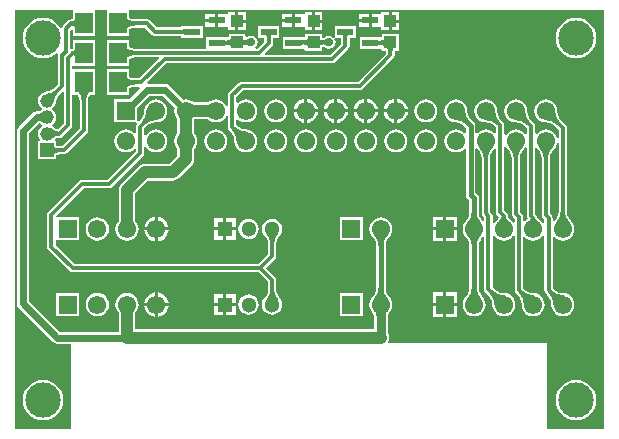
<source format=gtl>
%FSLAX25Y25*%
%MOIN*%
G70*
G01*
G75*
G04 Layer_Physical_Order=1*
G04 Layer_Color=255*
%ADD10C,0.01181*%
%ADD11C,0.02362*%
%ADD12C,0.01575*%
%ADD13C,0.03150*%
%ADD14R,0.05512X0.02362*%
%ADD15R,0.05906X0.07087*%
%ADD16R,0.03937X0.03937*%
%ADD17C,0.03937*%
%ADD18C,0.06102*%
%ADD19R,0.06102X0.06102*%
%ADD20C,0.11811*%
%ADD21C,0.04528*%
%ADD22R,0.04528X0.04528*%
%ADD23C,0.05118*%
%ADD24R,0.05118X0.05118*%
%ADD25C,0.02756*%
G36*
X21654Y141732D02*
X21654Y141732D01*
X21654Y141732D01*
Y138888D01*
X21653Y138888D01*
X21268Y138811D01*
X21260Y138812D01*
Y138810D01*
Y138806D01*
X21260D01*
X20722Y138700D01*
X20266Y138395D01*
X18298Y136426D01*
X18020Y136011D01*
X17717Y136026D01*
X17503Y136068D01*
X17403Y136256D01*
X16567Y137275D01*
X15547Y138111D01*
X14385Y138733D01*
X13123Y139116D01*
X11811Y139245D01*
X10499Y139116D01*
X9237Y138733D01*
X8075Y138111D01*
X7056Y137275D01*
X6219Y136256D01*
X5598Y135093D01*
X5215Y133832D01*
X5086Y132520D01*
X5215Y131208D01*
X5598Y129946D01*
X6219Y128783D01*
X7056Y127764D01*
X8075Y126928D01*
X9237Y126306D01*
X10499Y125924D01*
X11811Y125794D01*
X13123Y125924D01*
X14385Y126306D01*
X15547Y126928D01*
X16390Y127619D01*
X16812Y127337D01*
X16705Y126800D01*
Y117157D01*
X15052Y115503D01*
X15038Y115517D01*
X14993Y115459D01*
X14506Y115085D01*
X13871Y114822D01*
X13189Y114732D01*
Y114732D01*
X13179Y114730D01*
X12393Y114626D01*
X11650Y114319D01*
X11013Y113830D01*
X10524Y113192D01*
X10216Y112450D01*
X10112Y111653D01*
X10216Y110857D01*
X10524Y110115D01*
X11013Y109477D01*
X11443Y109148D01*
Y108648D01*
X11158Y108430D01*
X11004Y108326D01*
X11013Y108318D01*
X10984Y108281D01*
X10666Y108149D01*
X10582D01*
X10575Y108150D01*
Y108149D01*
X9685D01*
X8917Y107996D01*
X8266Y107561D01*
X3699Y102994D01*
X3264Y102343D01*
X3111Y101575D01*
Y44094D01*
X3111Y44094D01*
X3111D01*
X3264Y43326D01*
X3699Y42675D01*
X15116Y31258D01*
X15767Y30823D01*
X16535Y30670D01*
X21260D01*
Y2362D01*
X2362D01*
Y141732D01*
X21654D01*
Y141732D01*
D02*
G37*
G36*
X23856Y112539D02*
X23989Y111529D01*
Y111497D01*
X23981Y111423D01*
X23989D01*
Y102354D01*
X18158Y96523D01*
X17229D01*
Y96543D01*
X17155Y96533D01*
X16547Y96613D01*
X16240Y96740D01*
Y98169D01*
X15923D01*
X15775Y98283D01*
X15791Y98783D01*
X16205Y99059D01*
X17033Y99224D01*
X17165Y99207D01*
Y99225D01*
X17165D01*
X17703Y99332D01*
X18159Y99637D01*
X21072Y102550D01*
X21377Y103006D01*
X21484Y103543D01*
X21484Y103543D01*
X21484Y103543D01*
Y103543D01*
Y113386D01*
X21654D01*
Y113386D01*
X23505D01*
X23856Y112539D01*
D02*
G37*
G36*
X198819Y2362D02*
X179921D01*
Y24409D01*
Y30709D01*
X126938D01*
X126717Y31157D01*
X126817Y31287D01*
X127094Y31958D01*
X127189Y32677D01*
X127094Y33397D01*
X126818Y34064D01*
Y40231D01*
X126889Y40586D01*
X127156Y40954D01*
Y40954D01*
X127156Y40954D01*
Y40954D01*
X127156D01*
X127267Y41120D01*
X127762Y41765D01*
X128149Y42699D01*
X128281Y43701D01*
X128149Y44703D01*
X127762Y45637D01*
X127147Y46439D01*
X127098Y46476D01*
X126520Y47229D01*
X126133Y48164D01*
X126015Y49060D01*
Y49133D01*
X126018Y49166D01*
X126015D01*
Y63432D01*
X126018D01*
X126015Y63465D01*
Y63539D01*
X126133Y64435D01*
X126520Y65369D01*
X127098Y66122D01*
X127147Y66160D01*
X127762Y66962D01*
X128149Y67896D01*
X128281Y68898D01*
X128149Y69900D01*
X127762Y70833D01*
X127147Y71635D01*
X126345Y72251D01*
X125411Y72637D01*
X124409Y72769D01*
X123407Y72637D01*
X122474Y72251D01*
X121672Y71635D01*
X121056Y70833D01*
X120670Y69900D01*
X120538Y68898D01*
X120670Y67896D01*
X121056Y66962D01*
X121672Y66160D01*
X121721Y66122D01*
X122299Y65369D01*
X122686Y64435D01*
X122804Y63539D01*
Y63465D01*
X122801Y63432D01*
X122804D01*
Y49166D01*
X122801D01*
X122804Y49133D01*
Y49060D01*
X122686Y48164D01*
X122299Y47229D01*
X121721Y46476D01*
X121672Y46439D01*
X121056Y45637D01*
X120670Y44703D01*
X120538Y43701D01*
X120670Y42699D01*
X121056Y41765D01*
X121552Y41120D01*
X121662Y40954D01*
X121662D01*
Y40954D01*
X121662Y40954D01*
X121662Y40954D01*
X121930Y40586D01*
X122001Y40231D01*
Y35457D01*
X42544D01*
Y41018D01*
X43117Y41765D01*
X43504Y42699D01*
X43635Y43701D01*
X43504Y44703D01*
X43117Y45637D01*
X42502Y46439D01*
X41700Y47054D01*
X40766Y47441D01*
X39764Y47572D01*
X38762Y47441D01*
X37828Y47054D01*
X37026Y46439D01*
X36411Y45637D01*
X36024Y44703D01*
X35892Y43701D01*
X36024Y42699D01*
X36411Y41765D01*
X36984Y41018D01*
Y34684D01*
X17367D01*
X7125Y44926D01*
Y100743D01*
X10516Y104135D01*
X10575D01*
Y104134D01*
X10582Y104135D01*
X10666D01*
X10984Y104003D01*
X11013Y103966D01*
X11004Y103957D01*
X11158Y103854D01*
X11443Y103636D01*
Y103136D01*
X11013Y102806D01*
X10524Y102169D01*
X10216Y101426D01*
X10112Y100630D01*
X10216Y99833D01*
X10524Y99091D01*
X10887Y98618D01*
X10666Y98169D01*
X10138D01*
Y92067D01*
X16240D01*
Y93496D01*
X16547Y93623D01*
X17155Y93703D01*
X17229Y93693D01*
Y93713D01*
X18740D01*
X19278Y93820D01*
X19734Y94125D01*
X26387Y100778D01*
X26692Y101234D01*
X26799Y101772D01*
X26799Y101772D01*
X26799Y101772D01*
Y101772D01*
Y111423D01*
X26806D01*
X26799Y111497D01*
Y111529D01*
X26932Y112539D01*
X27282Y113386D01*
X29134D01*
Y122047D01*
X21654D01*
D01*
X21654D01*
X21484Y122217D01*
Y123228D01*
X21654D01*
Y123228D01*
X29134D01*
Y131890D01*
X21654D01*
Y128964D01*
X21654D01*
X21116Y128857D01*
X20696Y129081D01*
Y134851D01*
X21192Y135346D01*
X21654Y135155D01*
Y133071D01*
X29134D01*
Y141732D01*
D01*
Y141732D01*
X29134Y141732D01*
X33071D01*
X33071Y141732D01*
X33071Y141379D01*
X33071Y141379D01*
X33071D01*
Y133071D01*
X40551D01*
Y135513D01*
X41398Y135864D01*
X42408Y135997D01*
X42440D01*
X42514Y135989D01*
Y135997D01*
X45875D01*
X48219Y133652D01*
X48675Y133348D01*
X49213Y133241D01*
X57874D01*
Y132677D01*
X64961D01*
Y136614D01*
X57874D01*
Y136051D01*
X49795D01*
X47450Y138395D01*
X46994Y138700D01*
X46457Y138806D01*
X42514D01*
Y138814D01*
X42440Y138806D01*
X42408D01*
X41398Y138940D01*
X40551Y139290D01*
Y141379D01*
X40551Y141379D01*
X40551D01*
X40551Y141732D01*
X40551Y141732D01*
X198819D01*
Y2362D01*
D02*
G37*
G36*
X18674Y114498D02*
Y104125D01*
X16659Y102110D01*
X16205Y102201D01*
X15434Y102716D01*
X15386Y102778D01*
X15388Y102780D01*
X15379Y102793D01*
X15371Y102798D01*
X15365Y102806D01*
X14935Y103136D01*
Y103636D01*
X15365Y103966D01*
X15854Y104603D01*
X16162Y105345D01*
X16266Y106142D01*
X16162Y106938D01*
X15854Y107680D01*
X15365Y108318D01*
X14935Y108648D01*
Y109148D01*
X15365Y109477D01*
X15854Y110115D01*
X16162Y110857D01*
X16265Y111644D01*
X16267Y111653D01*
X16268D01*
X16357Y112335D01*
X16621Y112971D01*
X16994Y113458D01*
X17053Y113503D01*
Y113503D01*
Y113530D01*
X18212Y114690D01*
X18674Y114498D01*
D02*
G37*
%LPC*%
G36*
X71941Y68398D02*
X68882D01*
Y65339D01*
X71941D01*
Y68398D01*
D02*
G37*
G36*
X49106Y72918D02*
X48549Y72845D01*
X47563Y72436D01*
X46717Y71787D01*
X46068Y70941D01*
X45659Y69955D01*
X45586Y69398D01*
X49106D01*
Y72918D01*
D02*
G37*
G36*
X80315Y72273D02*
X79441Y72158D01*
X78627Y71821D01*
X77928Y71284D01*
X77392Y70585D01*
X77055Y69771D01*
X76940Y68898D01*
X77055Y68024D01*
X77392Y67210D01*
X77928Y66511D01*
X78627Y65974D01*
X79441Y65637D01*
X80315Y65522D01*
X81189Y65637D01*
X82003Y65974D01*
X82702Y66511D01*
X83238Y67210D01*
X83575Y68024D01*
X83690Y68898D01*
X83575Y69771D01*
X83238Y70585D01*
X82702Y71284D01*
X82003Y71821D01*
X81189Y72158D01*
X80315Y72273D01*
D02*
G37*
G36*
X76000Y68398D02*
X72941D01*
Y65339D01*
X76000D01*
Y68398D01*
D02*
G37*
G36*
X53627D02*
X50106D01*
Y64877D01*
X50664Y64951D01*
X51649Y65359D01*
X52496Y66008D01*
X53145Y66855D01*
X53553Y67840D01*
X53627Y68398D01*
D02*
G37*
G36*
X49106D02*
X45586D01*
X45659Y67840D01*
X46068Y66855D01*
X46717Y66008D01*
X47563Y65359D01*
X48549Y64951D01*
X49106Y64877D01*
Y68398D01*
D02*
G37*
G36*
X118405Y72736D02*
X110728D01*
Y65059D01*
X118405D01*
Y72736D01*
D02*
G37*
G36*
X29921Y72769D02*
X28919Y72637D01*
X27985Y72251D01*
X27184Y71635D01*
X26568Y70833D01*
X26182Y69900D01*
X26050Y68898D01*
X26182Y67896D01*
X26568Y66962D01*
X27184Y66160D01*
X27985Y65545D01*
X28919Y65158D01*
X29921Y65026D01*
X30923Y65158D01*
X31857Y65545D01*
X32659Y66160D01*
X33274Y66962D01*
X33661Y67896D01*
X33793Y68898D01*
X33661Y69900D01*
X33274Y70833D01*
X32659Y71635D01*
X31857Y72251D01*
X30923Y72637D01*
X29921Y72769D01*
D02*
G37*
G36*
X89370Y102139D02*
X88368Y102007D01*
X87434Y101621D01*
X86632Y101005D01*
X86017Y100204D01*
X85630Y99270D01*
X85498Y98268D01*
X85630Y97266D01*
X86017Y96332D01*
X86632Y95530D01*
X87434Y94915D01*
X88368Y94528D01*
X89370Y94396D01*
X90372Y94528D01*
X91306Y94915D01*
X92108Y95530D01*
X92723Y96332D01*
X93110Y97266D01*
X93242Y98268D01*
X93110Y99270D01*
X92723Y100204D01*
X92108Y101005D01*
X91306Y101621D01*
X90372Y102007D01*
X89370Y102139D01*
D02*
G37*
G36*
X69370D02*
X68368Y102007D01*
X67434Y101621D01*
X66632Y101005D01*
X66017Y100204D01*
X65630Y99270D01*
X65498Y98268D01*
X65630Y97266D01*
X66017Y96332D01*
X66632Y95530D01*
X67434Y94915D01*
X68368Y94528D01*
X69370Y94396D01*
X70372Y94528D01*
X71306Y94915D01*
X72108Y95530D01*
X72723Y96332D01*
X73110Y97266D01*
X73242Y98268D01*
X73110Y99270D01*
X72723Y100204D01*
X72108Y101005D01*
X71306Y101621D01*
X70372Y102007D01*
X69370Y102139D01*
D02*
G37*
G36*
X99370D02*
X98368Y102007D01*
X97434Y101621D01*
X96632Y101005D01*
X96017Y100204D01*
X95630Y99270D01*
X95498Y98268D01*
X95630Y97266D01*
X96017Y96332D01*
X96632Y95530D01*
X97434Y94915D01*
X98368Y94528D01*
X99370Y94396D01*
X100372Y94528D01*
X101306Y94915D01*
X102108Y95530D01*
X102723Y96332D01*
X103110Y97266D01*
X103242Y98268D01*
X103110Y99270D01*
X102723Y100204D01*
X102108Y101005D01*
X101306Y101621D01*
X100372Y102007D01*
X99370Y102139D01*
D02*
G37*
G36*
X119370D02*
X118368Y102007D01*
X117434Y101621D01*
X116632Y101005D01*
X116017Y100204D01*
X115630Y99270D01*
X115498Y98268D01*
X115630Y97266D01*
X116017Y96332D01*
X116632Y95530D01*
X117434Y94915D01*
X118368Y94528D01*
X119370Y94396D01*
X120372Y94528D01*
X121306Y94915D01*
X122108Y95530D01*
X122723Y96332D01*
X123110Y97266D01*
X123242Y98268D01*
X123110Y99270D01*
X122723Y100204D01*
X122108Y101005D01*
X121306Y101621D01*
X120372Y102007D01*
X119370Y102139D01*
D02*
G37*
G36*
X109370D02*
X108368Y102007D01*
X107434Y101621D01*
X106632Y101005D01*
X106017Y100204D01*
X105630Y99270D01*
X105498Y98268D01*
X105630Y97266D01*
X106017Y96332D01*
X106632Y95530D01*
X107434Y94915D01*
X108368Y94528D01*
X109370Y94396D01*
X110372Y94528D01*
X111306Y94915D01*
X112108Y95530D01*
X112723Y96332D01*
X113110Y97266D01*
X113242Y98268D01*
X113110Y99270D01*
X112723Y100204D01*
X112108Y101005D01*
X111306Y101621D01*
X110372Y102007D01*
X109370Y102139D01*
D02*
G37*
G36*
X71941Y72457D02*
X68882D01*
Y69398D01*
X71941D01*
Y72457D01*
D02*
G37*
G36*
X50106Y72918D02*
Y69398D01*
X53627D01*
X53553Y69955D01*
X53145Y70941D01*
X52496Y71787D01*
X51649Y72436D01*
X50664Y72845D01*
X50106Y72918D01*
D02*
G37*
G36*
X76000Y72457D02*
X72941D01*
Y69398D01*
X76000D01*
Y72457D01*
D02*
G37*
G36*
X149721Y72949D02*
X146169D01*
Y69398D01*
X149721D01*
Y72949D01*
D02*
G37*
G36*
X145169D02*
X141618D01*
Y69398D01*
X145169D01*
Y72949D01*
D02*
G37*
G36*
X149721Y68398D02*
X146169D01*
Y64846D01*
X149721D01*
Y68398D01*
D02*
G37*
G36*
X29921Y47572D02*
X28919Y47441D01*
X27985Y47054D01*
X27184Y46439D01*
X26568Y45637D01*
X26182Y44703D01*
X26050Y43701D01*
X26182Y42699D01*
X26568Y41765D01*
X27184Y40963D01*
X27985Y40348D01*
X28919Y39961D01*
X29921Y39829D01*
X30923Y39961D01*
X31857Y40348D01*
X32659Y40963D01*
X33274Y41765D01*
X33661Y42699D01*
X33793Y43701D01*
X33661Y44703D01*
X33274Y45637D01*
X32659Y46439D01*
X31857Y47054D01*
X30923Y47441D01*
X29921Y47572D01*
D02*
G37*
G36*
X53627Y43201D02*
X50106D01*
Y39680D01*
X50664Y39754D01*
X51649Y40162D01*
X52496Y40811D01*
X53145Y41658D01*
X53553Y42643D01*
X53627Y43201D01*
D02*
G37*
G36*
X118405Y47539D02*
X110728D01*
Y39862D01*
X118405D01*
Y47539D01*
D02*
G37*
G36*
X23917D02*
X16240D01*
Y39862D01*
X23917D01*
Y47539D01*
D02*
G37*
G36*
X49106Y43201D02*
X45586D01*
X45659Y42643D01*
X46068Y41658D01*
X46717Y40811D01*
X47563Y40162D01*
X48549Y39754D01*
X49106Y39680D01*
Y43201D01*
D02*
G37*
G36*
X189409Y18536D02*
X188097Y18407D01*
X186836Y18024D01*
X185673Y17403D01*
X184654Y16567D01*
X183818Y15547D01*
X183196Y14385D01*
X182813Y13123D01*
X182684Y11811D01*
X182813Y10499D01*
X183196Y9237D01*
X183818Y8075D01*
X184654Y7056D01*
X185673Y6219D01*
X186836Y5598D01*
X188097Y5215D01*
X189409Y5086D01*
X190721Y5215D01*
X191983Y5598D01*
X193146Y6219D01*
X194165Y7056D01*
X195001Y8075D01*
X195623Y9237D01*
X196005Y10499D01*
X196135Y11811D01*
X196005Y13123D01*
X195623Y14385D01*
X195001Y15547D01*
X194165Y16567D01*
X193146Y17403D01*
X191983Y18024D01*
X190721Y18407D01*
X189409Y18536D01*
D02*
G37*
G36*
X11811D02*
X10499Y18407D01*
X9237Y18024D01*
X8075Y17403D01*
X7056Y16567D01*
X6219Y15547D01*
X5598Y14385D01*
X5215Y13123D01*
X5086Y11811D01*
X5215Y10499D01*
X5598Y9237D01*
X6219Y8075D01*
X7056Y7056D01*
X8075Y6219D01*
X9237Y5598D01*
X10499Y5215D01*
X11811Y5086D01*
X13123Y5215D01*
X14385Y5598D01*
X15547Y6219D01*
X16567Y7056D01*
X17403Y8075D01*
X18024Y9237D01*
X18407Y10499D01*
X18536Y11811D01*
X18407Y13123D01*
X18024Y14385D01*
X17403Y15547D01*
X16567Y16567D01*
X15547Y17403D01*
X14385Y18024D01*
X13123Y18407D01*
X11811Y18536D01*
D02*
G37*
G36*
X149721Y43201D02*
X146169D01*
Y39650D01*
X149721D01*
Y43201D01*
D02*
G37*
G36*
X145169D02*
X141618D01*
Y39650D01*
X145169D01*
Y43201D01*
D02*
G37*
G36*
X71941D02*
X68882D01*
Y40142D01*
X71941D01*
Y43201D01*
D02*
G37*
G36*
X145169Y47752D02*
X141618D01*
Y44201D01*
X145169D01*
Y47752D01*
D02*
G37*
G36*
X76000Y47260D02*
X72941D01*
Y44201D01*
X76000D01*
Y47260D01*
D02*
G37*
G36*
X145169Y68398D02*
X141618D01*
Y64846D01*
X145169D01*
Y68398D01*
D02*
G37*
G36*
X149721Y47752D02*
X146169D01*
Y44201D01*
X149721D01*
Y47752D01*
D02*
G37*
G36*
X71941Y47260D02*
X68882D01*
Y44201D01*
X71941D01*
Y47260D01*
D02*
G37*
G36*
X80315Y47076D02*
X79441Y46961D01*
X78627Y46624D01*
X77928Y46088D01*
X77392Y45388D01*
X77055Y44574D01*
X76940Y43701D01*
X77055Y42827D01*
X77392Y42013D01*
X77928Y41314D01*
X78627Y40778D01*
X79441Y40440D01*
X80315Y40325D01*
X81189Y40440D01*
X82003Y40778D01*
X82702Y41314D01*
X83238Y42013D01*
X83575Y42827D01*
X83690Y43701D01*
X83575Y44574D01*
X83238Y45388D01*
X82702Y46088D01*
X82003Y46624D01*
X81189Y46961D01*
X80315Y47076D01*
D02*
G37*
G36*
X76000Y43201D02*
X72941D01*
Y40142D01*
X76000D01*
Y43201D01*
D02*
G37*
G36*
X50106Y47721D02*
Y44201D01*
X53627D01*
X53553Y44758D01*
X53145Y45744D01*
X52496Y46590D01*
X51649Y47240D01*
X50664Y47648D01*
X50106Y47721D01*
D02*
G37*
G36*
X49106D02*
X48549Y47648D01*
X47563Y47240D01*
X46717Y46590D01*
X46068Y45744D01*
X45659Y44758D01*
X45586Y44201D01*
X49106D01*
Y47721D01*
D02*
G37*
G36*
X75878Y141157D02*
X73409D01*
Y140567D01*
X70185D01*
Y138386D01*
Y136205D01*
X73409D01*
Y135221D01*
X75878D01*
Y138189D01*
Y141157D01*
D02*
G37*
G36*
X90551Y136614D02*
X83465D01*
Y132677D01*
X85603D01*
Y131291D01*
X83276Y128964D01*
X82661D01*
X82516Y129443D01*
X82664Y129541D01*
X83142Y130257D01*
X83310Y131102D01*
X83142Y131947D01*
X82664Y132664D01*
X81947Y133142D01*
X81102Y133310D01*
X80257Y133142D01*
X79832Y132858D01*
X79354Y133003D01*
X79134Y133534D01*
Y133858D01*
X73622D01*
Y132874D01*
X73228D01*
Y132874D01*
X66142D01*
Y128964D01*
X42514D01*
Y128971D01*
X42440Y128964D01*
X42408D01*
X41398Y129097D01*
X40551Y129448D01*
Y131890D01*
X33071D01*
Y123228D01*
X40551D01*
Y125670D01*
X41398Y126021D01*
X42408Y126154D01*
X42440D01*
X42514Y126147D01*
Y126154D01*
X50286D01*
X50477Y125692D01*
X43906Y119122D01*
X42514D01*
Y119129D01*
X42440Y119122D01*
X42408D01*
X41398Y119255D01*
X40551Y119605D01*
Y122047D01*
X33071D01*
Y113386D01*
X40551D01*
Y115828D01*
X41398Y116179D01*
X42408Y116312D01*
X42440D01*
X42514Y116304D01*
Y116312D01*
X43922D01*
X44114Y115850D01*
X40370Y112106D01*
X35531D01*
Y104429D01*
X42658D01*
X43101Y103986D01*
X42796Y103530D01*
X42689Y102992D01*
Y101025D01*
X42216Y100864D01*
X42108Y101005D01*
X41306Y101621D01*
X40372Y102007D01*
X39370Y102139D01*
X38368Y102007D01*
X37434Y101621D01*
X36632Y101005D01*
X36017Y100204D01*
X35630Y99270D01*
X35498Y98268D01*
X35630Y97266D01*
X36017Y96332D01*
X36632Y95530D01*
X37434Y94915D01*
X38368Y94528D01*
X39370Y94396D01*
X40372Y94528D01*
X41306Y94915D01*
X42108Y95530D01*
X42216Y95671D01*
X42689Y95510D01*
Y94676D01*
X33276Y85263D01*
X24803D01*
X24265Y85156D01*
X23810Y84852D01*
X13574Y74616D01*
X13269Y74160D01*
X13162Y73622D01*
Y62992D01*
X13162Y62992D01*
X13162D01*
X13269Y62454D01*
X13574Y61999D01*
X20660Y54912D01*
X20660Y54912D01*
X20660D01*
X20660Y54912D01*
X20660D01*
X20660Y54912D01*
Y54912D01*
Y54912D01*
D01*
D01*
X20660D01*
Y54912D01*
X21116Y54607D01*
X21654Y54501D01*
X83670D01*
X86784Y51386D01*
Y48453D01*
X86781D01*
X86784Y48426D01*
Y48410D01*
X86676Y47585D01*
X86340Y46777D01*
X85825Y46105D01*
X85802Y46088D01*
X85266Y45388D01*
X84929Y44574D01*
X84814Y43701D01*
X84929Y42827D01*
X85266Y42013D01*
X85802Y41314D01*
X86501Y40778D01*
X87315Y40440D01*
X88189Y40325D01*
X89063Y40440D01*
X89877Y40778D01*
X90576Y41314D01*
X91112Y42013D01*
X91449Y42827D01*
X91564Y43701D01*
X91449Y44574D01*
X91112Y45388D01*
X90576Y46088D01*
X90553Y46105D01*
X90038Y46777D01*
X89702Y47585D01*
X89594Y48410D01*
Y48426D01*
X89597Y48453D01*
X89594D01*
Y51968D01*
X89487Y52506D01*
X89182Y52962D01*
X86239Y55905D01*
X89182Y58849D01*
X89487Y59305D01*
X89594Y59842D01*
Y64145D01*
X89597D01*
X89594Y64172D01*
Y64188D01*
X89702Y65013D01*
X90038Y65822D01*
X90553Y66493D01*
X90576Y66511D01*
X91112Y67210D01*
X91449Y68024D01*
X91564Y68898D01*
X91449Y69771D01*
X91112Y70585D01*
X90576Y71284D01*
X89877Y71821D01*
X89063Y72158D01*
X88189Y72273D01*
X87315Y72158D01*
X86501Y71821D01*
X85802Y71284D01*
X85266Y70585D01*
X84929Y69771D01*
X84814Y68898D01*
X84929Y68024D01*
X85266Y67210D01*
X85802Y66511D01*
X85825Y66493D01*
X86340Y65822D01*
X86676Y65013D01*
X86784Y64188D01*
Y64172D01*
X86781Y64145D01*
X86784D01*
Y60425D01*
X83670Y57310D01*
X22235D01*
X15972Y63574D01*
Y65059D01*
X15972D01*
X16240D01*
X16325Y65059D01*
X16326Y65059D01*
Y65059D01*
X23917D01*
Y72736D01*
X16326D01*
X16325Y72736D01*
Y72736D01*
X16321D01*
X16130Y73198D01*
X25385Y82453D01*
X33858D01*
X34396Y82560D01*
X34852Y82865D01*
X45088Y93101D01*
X45393Y93557D01*
X45499Y94095D01*
Y96300D01*
X45990Y96398D01*
X46017Y96332D01*
X46632Y95530D01*
X47434Y94915D01*
X48368Y94528D01*
X49370Y94396D01*
X50372Y94528D01*
X51306Y94915D01*
X52108Y95530D01*
X52723Y96332D01*
X53110Y97266D01*
X53242Y98268D01*
X53110Y99270D01*
X52723Y100204D01*
X52108Y101005D01*
X51306Y101621D01*
X50372Y102007D01*
X49370Y102139D01*
X48368Y102007D01*
X47434Y101621D01*
X46632Y101005D01*
X46017Y100204D01*
X45990Y100138D01*
X45499Y100235D01*
Y102410D01*
X46163Y103074D01*
X46169Y103068D01*
X46223Y103134D01*
X46249Y103159D01*
X47094Y103808D01*
X48192Y104263D01*
X49286Y104407D01*
X49370Y104396D01*
X50372Y104528D01*
X51306Y104915D01*
X52108Y105530D01*
X52723Y106332D01*
X53110Y107266D01*
X53242Y108268D01*
X53110Y109270D01*
X52723Y110204D01*
X52108Y111005D01*
X51306Y111621D01*
X50372Y112007D01*
X49370Y112139D01*
X48368Y112007D01*
X47434Y111621D01*
X46632Y111005D01*
X46017Y110204D01*
X45630Y109270D01*
X45498Y108268D01*
X45509Y108184D01*
X45365Y107090D01*
X44911Y105992D01*
X44262Y105146D01*
X44236Y105121D01*
X44170Y105067D01*
Y105067D01*
Y105055D01*
X43671Y104555D01*
X43209Y104746D01*
Y109268D01*
X47288Y113347D01*
X51452D01*
X55619Y109181D01*
X55498Y108268D01*
X55630Y107266D01*
X56017Y106332D01*
X56590Y105585D01*
Y100951D01*
X56017Y100204D01*
X55630Y99270D01*
X55498Y98268D01*
X55630Y97266D01*
X56017Y96332D01*
X56590Y95585D01*
Y93199D01*
X53967Y90575D01*
X45669D01*
X44950Y90480D01*
X44280Y90202D01*
X43704Y89761D01*
X37798Y83855D01*
X37356Y83280D01*
X37079Y82609D01*
X36984Y81890D01*
Y71581D01*
X36411Y70833D01*
X36024Y69900D01*
X35892Y68898D01*
X36024Y67896D01*
X36411Y66962D01*
X37026Y66160D01*
X37828Y65545D01*
X38762Y65158D01*
X39764Y65026D01*
X40766Y65158D01*
X41700Y65545D01*
X42502Y66160D01*
X43117Y66962D01*
X43504Y67896D01*
X43635Y68898D01*
X43504Y69900D01*
X43117Y70833D01*
X42544Y71581D01*
Y80738D01*
X46821Y85016D01*
X55118D01*
X55838Y85110D01*
X56508Y85388D01*
X57084Y85830D01*
X61336Y90082D01*
X61777Y90657D01*
X62055Y91328D01*
X62150Y92047D01*
Y95585D01*
X62723Y96332D01*
X63110Y97266D01*
X63242Y98268D01*
X63110Y99270D01*
X62723Y100204D01*
X62150Y100951D01*
Y105488D01*
X66687D01*
X67434Y104915D01*
X68368Y104528D01*
X69370Y104396D01*
X70372Y104528D01*
X71306Y104915D01*
X72108Y105530D01*
X72723Y106332D01*
X72908Y106778D01*
X73398Y106680D01*
Y102835D01*
X73505Y102297D01*
X73810Y101841D01*
X74176Y101475D01*
X74170Y101469D01*
X74237Y101414D01*
X74262Y101389D01*
X74911Y100543D01*
X75365Y99446D01*
X75509Y98352D01*
X75498Y98268D01*
X75630Y97266D01*
X76017Y96332D01*
X76632Y95530D01*
X77434Y94915D01*
X78368Y94528D01*
X79370Y94396D01*
X80372Y94528D01*
X81306Y94915D01*
X82108Y95530D01*
X82723Y96332D01*
X83110Y97266D01*
X83242Y98268D01*
X83110Y99270D01*
X82723Y100204D01*
X82108Y101005D01*
X81306Y101621D01*
X80372Y102007D01*
X79370Y102139D01*
X79286Y102128D01*
X78192Y102272D01*
X77094Y102727D01*
X76249Y103376D01*
X76223Y103401D01*
X76208Y103420D01*
Y105290D01*
X76657Y105511D01*
X77434Y104915D01*
X78368Y104528D01*
X79370Y104396D01*
X80372Y104528D01*
X81306Y104915D01*
X82108Y105530D01*
X82723Y106332D01*
X83110Y107266D01*
X83242Y108268D01*
X83110Y109270D01*
X82723Y110204D01*
X82108Y111005D01*
X81306Y111621D01*
X80372Y112007D01*
X79370Y112139D01*
X78368Y112007D01*
X77434Y111621D01*
X76657Y111024D01*
X76208Y111245D01*
Y112804D01*
X78535Y115130D01*
X117323D01*
X117860Y115237D01*
X118316Y115542D01*
X128552Y125778D01*
X128857Y126234D01*
X128964Y126772D01*
Y127776D01*
X128978D01*
X128966Y127860D01*
X129063Y128347D01*
X130315D01*
Y133858D01*
X124803D01*
Y132874D01*
X124409D01*
Y132874D01*
X117323D01*
Y128937D01*
X124409D01*
Y128937D01*
X124450D01*
X124803Y128583D01*
Y128347D01*
X126055D01*
X126152Y127860D01*
X126140Y127776D01*
X126154D01*
Y127354D01*
X116741Y117940D01*
X77953D01*
X77415Y117833D01*
X76959Y117529D01*
X73810Y114379D01*
X73505Y113924D01*
X73398Y113386D01*
Y109855D01*
X72908Y109758D01*
X72723Y110204D01*
X72108Y111005D01*
X71306Y111621D01*
X70372Y112007D01*
X69370Y112139D01*
X68368Y112007D01*
X67434Y111621D01*
X66687Y111047D01*
X62053D01*
X61306Y111621D01*
X60372Y112007D01*
X59370Y112139D01*
X58457Y112019D01*
X53703Y116773D01*
X53052Y117209D01*
X52284Y117361D01*
X46773D01*
X46582Y117823D01*
X52944Y124186D01*
X108268D01*
X108805Y124293D01*
X109261Y124597D01*
X113592Y128928D01*
X113896Y129384D01*
X114003Y129921D01*
X114003Y129921D01*
X114003Y129921D01*
Y129921D01*
Y132677D01*
X116142D01*
Y136614D01*
X109055D01*
Y132936D01*
X109014Y132908D01*
Y132908D01*
X108950Y132865D01*
D01*
X108638Y132699D01*
Y132699D01*
X108614Y132686D01*
X107931Y133142D01*
X107087Y133310D01*
X106242Y133142D01*
X105526Y132664D01*
X105497Y132620D01*
X105239Y132514D01*
X105211Y132510D01*
X104724Y132607D01*
Y133858D01*
X99213D01*
Y132874D01*
X98819D01*
D01*
D01*
X98819D01*
Y132874D01*
X91732D01*
Y128937D01*
X98819D01*
Y128937D01*
X98859D01*
X99213Y128584D01*
Y128347D01*
X104724D01*
Y129598D01*
X105211Y129695D01*
X105239Y129691D01*
X105497Y129585D01*
X105526Y129541D01*
X106242Y129063D01*
X107087Y128895D01*
X107931Y129063D01*
X108648Y129541D01*
X109126Y130257D01*
X109294Y131102D01*
X109126Y131947D01*
X108933Y132236D01*
X108991Y132345D01*
X108991Y132345D01*
X109158Y132657D01*
X109169Y132677D01*
X111194D01*
Y130503D01*
X107686Y126996D01*
X85935D01*
X85744Y127457D01*
X88001Y129715D01*
X88306Y130171D01*
X88413Y130709D01*
X88413Y130709D01*
X88413Y130709D01*
Y130709D01*
Y132677D01*
X90551D01*
Y136614D01*
D02*
G37*
G36*
X79347Y137689D02*
X76878D01*
Y135221D01*
X79347D01*
Y137689D01*
D02*
G37*
G36*
X130527Y137689D02*
X128059D01*
Y135221D01*
X130527D01*
Y137689D01*
D02*
G37*
G36*
X127059Y141157D02*
X124591D01*
Y140567D01*
X121366D01*
Y138386D01*
Y136205D01*
X124591D01*
Y135221D01*
X127059D01*
Y138189D01*
Y141157D01*
D02*
G37*
G36*
X189409Y139245D02*
X188097Y139116D01*
X186836Y138733D01*
X185673Y138111D01*
X184654Y137275D01*
X183817Y136256D01*
X183196Y135093D01*
X182813Y133832D01*
X182684Y132520D01*
X182813Y131208D01*
X183196Y129946D01*
X183817Y128783D01*
X184654Y127764D01*
X185673Y126928D01*
X186836Y126306D01*
X188097Y125924D01*
X189409Y125794D01*
X190721Y125924D01*
X191983Y126306D01*
X193146Y126928D01*
X194165Y127764D01*
X195001Y128783D01*
X195623Y129946D01*
X196005Y131208D01*
X196135Y132520D01*
X196005Y133832D01*
X195623Y135093D01*
X195001Y136256D01*
X194165Y137275D01*
X193146Y138111D01*
X191983Y138733D01*
X190721Y139116D01*
X189409Y139245D01*
D02*
G37*
G36*
X118870Y112288D02*
X118313Y112215D01*
X117327Y111806D01*
X116481Y111157D01*
X115831Y110311D01*
X115423Y109325D01*
X115350Y108768D01*
X118870D01*
Y112288D01*
D02*
G37*
G36*
X109870D02*
Y108768D01*
X113390D01*
X113317Y109325D01*
X112909Y110311D01*
X112259Y111157D01*
X111413Y111806D01*
X110428Y112215D01*
X109870Y112288D01*
D02*
G37*
G36*
X119870D02*
Y108768D01*
X123390D01*
X123317Y109325D01*
X122909Y110311D01*
X122259Y111157D01*
X121413Y111806D01*
X120428Y112215D01*
X119870Y112288D01*
D02*
G37*
G36*
X129870D02*
Y108768D01*
X133390D01*
X133317Y109325D01*
X132909Y110311D01*
X132259Y111157D01*
X131413Y111806D01*
X130428Y112215D01*
X129870Y112288D01*
D02*
G37*
G36*
X128870D02*
X128313Y112215D01*
X127327Y111806D01*
X126481Y111157D01*
X125831Y110311D01*
X125423Y109325D01*
X125350Y108768D01*
X128870D01*
Y112288D01*
D02*
G37*
G36*
X104937Y141157D02*
X102469D01*
Y138689D01*
X104937D01*
Y141157D01*
D02*
G37*
G36*
X130527Y141157D02*
X128059D01*
Y138689D01*
X130527D01*
Y141157D01*
D02*
G37*
G36*
X69185Y140567D02*
X65929D01*
Y138886D01*
X69185D01*
Y140567D01*
D02*
G37*
G36*
X94776Y140567D02*
X91520D01*
Y138886D01*
X94776D01*
Y140567D01*
D02*
G37*
G36*
X120366Y140567D02*
X117110D01*
Y138886D01*
X120366D01*
Y140567D01*
D02*
G37*
G36*
X79347Y141157D02*
X76878D01*
Y138689D01*
X79347D01*
Y141157D01*
D02*
G37*
G36*
X104937Y137689D02*
X102469D01*
Y135221D01*
X104937D01*
Y137689D01*
D02*
G37*
G36*
X101469Y141157D02*
X99000D01*
Y140567D01*
X95776D01*
Y138386D01*
Y136205D01*
X99000D01*
Y135221D01*
X101469D01*
Y138189D01*
Y141157D01*
D02*
G37*
G36*
X69185Y137886D02*
X65929D01*
Y136205D01*
X69185D01*
Y137886D01*
D02*
G37*
G36*
X94776Y137886D02*
X91520D01*
Y136205D01*
X94776D01*
Y137886D01*
D02*
G37*
G36*
X120366Y137886D02*
X117110D01*
Y136205D01*
X120366D01*
Y137886D01*
D02*
G37*
G36*
X108870Y107768D02*
X105350D01*
X105423Y107210D01*
X105831Y106225D01*
X106481Y105378D01*
X107327Y104729D01*
X108312Y104321D01*
X108870Y104247D01*
Y107768D01*
D02*
G37*
G36*
X103390D02*
X99870D01*
Y104247D01*
X100428Y104321D01*
X101413Y104729D01*
X102259Y105378D01*
X102909Y106225D01*
X103317Y107210D01*
X103390Y107768D01*
D02*
G37*
G36*
X118870D02*
X115350D01*
X115423Y107210D01*
X115831Y106225D01*
X116481Y105378D01*
X117327Y104729D01*
X118313Y104321D01*
X118870Y104247D01*
Y107768D01*
D02*
G37*
G36*
X113390D02*
X109870D01*
Y104247D01*
X110428Y104321D01*
X111413Y104729D01*
X112259Y105378D01*
X112909Y106225D01*
X113317Y107210D01*
X113390Y107768D01*
D02*
G37*
G36*
X139370Y102139D02*
X138368Y102007D01*
X137434Y101621D01*
X136632Y101005D01*
X136017Y100204D01*
X135630Y99270D01*
X135498Y98268D01*
X135630Y97266D01*
X136017Y96332D01*
X136632Y95530D01*
X137434Y94915D01*
X138368Y94528D01*
X139370Y94396D01*
X140372Y94528D01*
X141306Y94915D01*
X142108Y95530D01*
X142723Y96332D01*
X143110Y97266D01*
X143242Y98268D01*
X143110Y99270D01*
X142723Y100204D01*
X142108Y101005D01*
X141306Y101621D01*
X140372Y102007D01*
X139370Y102139D01*
D02*
G37*
G36*
X129370D02*
X128368Y102007D01*
X127434Y101621D01*
X126632Y101005D01*
X126017Y100204D01*
X125630Y99270D01*
X125498Y98268D01*
X125630Y97266D01*
X126017Y96332D01*
X126632Y95530D01*
X127434Y94915D01*
X128368Y94528D01*
X129370Y94396D01*
X130372Y94528D01*
X131306Y94915D01*
X132108Y95530D01*
X132723Y96332D01*
X133110Y97266D01*
X133242Y98268D01*
X133110Y99270D01*
X132723Y100204D01*
X132108Y101005D01*
X131306Y101621D01*
X130372Y102007D01*
X129370Y102139D01*
D02*
G37*
G36*
X98870Y107768D02*
X95350D01*
X95423Y107210D01*
X95831Y106225D01*
X96481Y105378D01*
X97327Y104729D01*
X98312Y104321D01*
X98870Y104247D01*
Y107768D01*
D02*
G37*
G36*
X179370Y112139D02*
X178368Y112007D01*
X177434Y111621D01*
X176632Y111005D01*
X176017Y110204D01*
X175630Y109270D01*
X175498Y108268D01*
X175630Y107266D01*
X176017Y106332D01*
X176632Y105530D01*
X177434Y104915D01*
X178368Y104528D01*
X179370Y104396D01*
X179454Y104407D01*
X180548Y104263D01*
X181646Y103808D01*
X182492Y103159D01*
X182517Y103134D01*
X182571Y103068D01*
X182577Y103074D01*
X183634Y102016D01*
Y99108D01*
X183135Y99075D01*
X183110Y99270D01*
X182723Y100204D01*
X182108Y101005D01*
X181306Y101621D01*
X180372Y102007D01*
X179370Y102139D01*
X178368Y102007D01*
X177434Y101621D01*
X176632Y101005D01*
X176288Y100557D01*
X175814Y100717D01*
Y103228D01*
X175707Y103766D01*
X175403Y104222D01*
X174564Y105061D01*
X174570Y105067D01*
X174504Y105121D01*
X174478Y105146D01*
X173829Y105992D01*
X173375Y107090D01*
X173231Y108184D01*
X173242Y108268D01*
X173110Y109270D01*
X172723Y110204D01*
X172108Y111005D01*
X171306Y111621D01*
X170372Y112007D01*
X169370Y112139D01*
X168368Y112007D01*
X167434Y111621D01*
X166632Y111005D01*
X166017Y110204D01*
X165630Y109270D01*
X165498Y108268D01*
X165630Y107266D01*
X166017Y106332D01*
X166632Y105530D01*
X167434Y104915D01*
X168368Y104528D01*
X169370Y104396D01*
X169454Y104407D01*
X170548Y104263D01*
X171646Y103808D01*
X172492Y103159D01*
X172517Y103134D01*
X172571Y103068D01*
X172577Y103074D01*
X173004Y102646D01*
Y100615D01*
X172531Y100454D01*
X172108Y101005D01*
X171306Y101621D01*
X170372Y102007D01*
X169370Y102139D01*
X168368Y102007D01*
X167434Y101621D01*
X166632Y101005D01*
X166052Y100249D01*
X165578Y100409D01*
Y103465D01*
X165471Y104002D01*
X165167Y104458D01*
X164564Y105061D01*
X164570Y105067D01*
X164504Y105121D01*
X164479Y105146D01*
X163830Y105992D01*
X163375Y107090D01*
X163231Y108184D01*
X163242Y108268D01*
X163110Y109270D01*
X162723Y110204D01*
X162108Y111005D01*
X161306Y111621D01*
X160372Y112007D01*
X159370Y112139D01*
X158368Y112007D01*
X157434Y111621D01*
X156632Y111005D01*
X156017Y110204D01*
X155630Y109270D01*
X155498Y108268D01*
X155630Y107266D01*
X156017Y106332D01*
X156632Y105530D01*
X157434Y104915D01*
X158368Y104528D01*
X159370Y104396D01*
X159454Y104407D01*
X160548Y104263D01*
X161646Y103808D01*
X162492Y103159D01*
X162517Y103134D01*
X162571Y103068D01*
X162577Y103074D01*
X162768Y102883D01*
Y100922D01*
X162295Y100762D01*
X162108Y101005D01*
X161306Y101621D01*
X160372Y102007D01*
X159370Y102139D01*
X158368Y102007D01*
X157434Y101621D01*
X156632Y101005D01*
X156410Y100715D01*
X155936Y100876D01*
Y103307D01*
X155936Y103307D01*
X155834Y103820D01*
X155814Y103922D01*
X155466Y104443D01*
X154370Y105539D01*
X154370Y105539D01*
X154372Y105541D01*
X154347Y105562D01*
X154295Y105614D01*
X153744Y106331D01*
X153358Y107265D01*
X153234Y108206D01*
X153242Y108268D01*
X153110Y109270D01*
X152723Y110204D01*
X152108Y111005D01*
X151306Y111621D01*
X150372Y112007D01*
X149370Y112139D01*
X148368Y112007D01*
X147434Y111621D01*
X146632Y111005D01*
X146017Y110204D01*
X145630Y109270D01*
X145498Y108268D01*
X145630Y107266D01*
X146017Y106332D01*
X146632Y105530D01*
X147434Y104915D01*
X148368Y104528D01*
X149370Y104396D01*
X149432Y104404D01*
X150373Y104280D01*
X151307Y103893D01*
X152024Y103343D01*
X152076Y103291D01*
X152097Y103266D01*
X152099Y103268D01*
X152099Y103268D01*
X152725Y102642D01*
Y100979D01*
X152252Y100818D01*
X152108Y101005D01*
X151306Y101621D01*
X150372Y102007D01*
X149370Y102139D01*
X148368Y102007D01*
X147434Y101621D01*
X146632Y101005D01*
X146017Y100204D01*
X145630Y99270D01*
X145498Y98268D01*
X145630Y97266D01*
X146017Y96332D01*
X146632Y95530D01*
X147434Y94915D01*
X148368Y94528D01*
X149370Y94396D01*
X150372Y94528D01*
X151306Y94915D01*
X152108Y95530D01*
X152252Y95717D01*
X152725Y95557D01*
Y80315D01*
X152725Y80315D01*
X152827Y79802D01*
X152847Y79700D01*
X153195Y79180D01*
X153195Y79180D01*
X153195Y79180D01*
D01*
X153195D01*
Y79180D01*
D01*
X153906Y78469D01*
Y74363D01*
X153903D01*
X153906Y74330D01*
Y74257D01*
X153788Y73360D01*
X153401Y72426D01*
X152823Y71673D01*
X152774Y71635D01*
X152159Y70833D01*
X151772Y69900D01*
X151640Y68898D01*
X151772Y67896D01*
X152159Y66962D01*
X152774Y66160D01*
X152823Y66122D01*
X153401Y65369D01*
X153788Y64435D01*
X153906Y63539D01*
Y63465D01*
X153903Y63432D01*
X153906D01*
Y49166D01*
X153903D01*
X153906Y49133D01*
Y49060D01*
X153788Y48164D01*
X153401Y47229D01*
X152823Y46476D01*
X152774Y46439D01*
X152159Y45637D01*
X151772Y44703D01*
X151640Y43701D01*
X151772Y42699D01*
X152159Y41765D01*
X152774Y40963D01*
X153576Y40348D01*
X154510Y39961D01*
X155512Y39829D01*
X156514Y39961D01*
X157448Y40348D01*
X158249Y40963D01*
X158865Y41765D01*
X159252Y42699D01*
X159383Y43701D01*
X159252Y44703D01*
X158865Y45637D01*
X158249Y46439D01*
X158200Y46476D01*
X157622Y47229D01*
X157236Y48164D01*
X157117Y49060D01*
Y49133D01*
X157121Y49166D01*
X157117D01*
Y63432D01*
X157121D01*
X157117Y63465D01*
Y63539D01*
X157236Y64435D01*
X157622Y65369D01*
X158200Y66122D01*
X158249Y66160D01*
X158358Y66301D01*
X158831Y66140D01*
Y48819D01*
X158831Y48819D01*
X158831D01*
X158938Y48281D01*
X159243Y47826D01*
X160160Y46908D01*
X160154Y46902D01*
X160221Y46848D01*
X160246Y46822D01*
X160895Y45976D01*
X161350Y44879D01*
X161494Y43785D01*
X161483Y43701D01*
X161615Y42699D01*
X162001Y41765D01*
X162617Y40963D01*
X163418Y40348D01*
X164352Y39961D01*
X165354Y39829D01*
X166356Y39961D01*
X167290Y40348D01*
X168092Y40963D01*
X168707Y41765D01*
X169094Y42699D01*
X169226Y43701D01*
X169094Y44703D01*
X168707Y45637D01*
X168092Y46439D01*
X167290Y47054D01*
X166356Y47441D01*
X165354Y47572D01*
X165271Y47561D01*
X164176Y47706D01*
X163079Y48160D01*
X162233Y48809D01*
X162208Y48834D01*
X162153Y48901D01*
X162147Y48895D01*
X161641Y49401D01*
Y66653D01*
X162115Y66814D01*
X162617Y66160D01*
X163418Y65545D01*
X164352Y65158D01*
X165354Y65026D01*
X166356Y65158D01*
X167290Y65545D01*
X168092Y66160D01*
X168594Y66814D01*
X169068Y66653D01*
Y48425D01*
X169174Y47888D01*
X169479Y47432D01*
X170003Y46908D01*
X169997Y46902D01*
X170063Y46848D01*
X170088Y46822D01*
X170737Y45976D01*
X171192Y44879D01*
X171336Y43785D01*
X171325Y43701D01*
X171457Y42699D01*
X171844Y41765D01*
X172459Y40963D01*
X173261Y40348D01*
X174195Y39961D01*
X175197Y39829D01*
X176199Y39961D01*
X177133Y40348D01*
X177935Y40963D01*
X178550Y41765D01*
X178937Y42699D01*
X179069Y43701D01*
X178937Y44703D01*
X178550Y45637D01*
X177935Y46439D01*
X177133Y47054D01*
X176199Y47441D01*
X175197Y47572D01*
X175113Y47561D01*
X174019Y47706D01*
X172921Y48160D01*
X172075Y48809D01*
X172050Y48834D01*
X171996Y48901D01*
X171990Y48895D01*
X171877Y49007D01*
Y66140D01*
X172351Y66301D01*
X172459Y66160D01*
X173261Y65545D01*
X174195Y65158D01*
X175197Y65026D01*
X176199Y65158D01*
X177133Y65545D01*
X177935Y66160D01*
X178437Y66814D01*
X178910Y66653D01*
Y48425D01*
X179017Y47888D01*
X179322Y47432D01*
X179845Y46908D01*
X179839Y46902D01*
X179906Y46848D01*
X179931Y46822D01*
X180580Y45976D01*
X181035Y44879D01*
X181179Y43785D01*
X181168Y43701D01*
X181300Y42699D01*
X181686Y41765D01*
X182302Y40963D01*
X183104Y40348D01*
X184037Y39961D01*
X185039Y39829D01*
X186041Y39961D01*
X186975Y40348D01*
X187777Y40963D01*
X188392Y41765D01*
X188779Y42699D01*
X188911Y43701D01*
X188779Y44703D01*
X188392Y45637D01*
X187777Y46439D01*
X186975Y47054D01*
X186041Y47441D01*
X185039Y47572D01*
X184956Y47561D01*
X183861Y47706D01*
X182764Y48160D01*
X181918Y48809D01*
X181893Y48834D01*
X181838Y48901D01*
X181832Y48895D01*
X181720Y49007D01*
Y66140D01*
X182193Y66301D01*
X182302Y66160D01*
X183104Y65545D01*
X184037Y65158D01*
X185039Y65026D01*
X186041Y65158D01*
X186975Y65545D01*
X187777Y66160D01*
X188392Y66962D01*
X188779Y67896D01*
X188911Y68898D01*
X188779Y69900D01*
X188392Y70833D01*
X187777Y71635D01*
X187710Y71687D01*
X187038Y72562D01*
X186583Y73660D01*
X186444Y74717D01*
Y74753D01*
X186453Y74838D01*
X186444D01*
Y102598D01*
X186337Y103136D01*
X186033Y103592D01*
X184564Y105061D01*
X184570Y105067D01*
X184504Y105121D01*
X184478Y105146D01*
X183829Y105992D01*
X183375Y107090D01*
X183231Y108184D01*
X183242Y108268D01*
X183110Y109270D01*
X182723Y110204D01*
X182108Y111005D01*
X181306Y111621D01*
X180372Y112007D01*
X179370Y112139D01*
D02*
G37*
G36*
X98870Y112288D02*
X98312Y112215D01*
X97327Y111806D01*
X96481Y111157D01*
X95831Y110311D01*
X95423Y109325D01*
X95350Y108768D01*
X98870D01*
Y112288D01*
D02*
G37*
G36*
X99870D02*
Y108768D01*
X103390D01*
X103317Y109325D01*
X102909Y110311D01*
X102259Y111157D01*
X101413Y111806D01*
X100428Y112215D01*
X99870Y112288D01*
D02*
G37*
G36*
X89370Y112139D02*
X88368Y112007D01*
X87434Y111621D01*
X86632Y111005D01*
X86017Y110204D01*
X85630Y109270D01*
X85498Y108268D01*
X85630Y107266D01*
X86017Y106332D01*
X86632Y105530D01*
X87434Y104915D01*
X88368Y104528D01*
X89370Y104396D01*
X90372Y104528D01*
X91306Y104915D01*
X92108Y105530D01*
X92723Y106332D01*
X93110Y107266D01*
X93242Y108268D01*
X93110Y109270D01*
X92723Y110204D01*
X92108Y111005D01*
X91306Y111621D01*
X90372Y112007D01*
X89370Y112139D01*
D02*
G37*
G36*
X139370D02*
X138368Y112007D01*
X137434Y111621D01*
X136632Y111005D01*
X136017Y110204D01*
X135630Y109270D01*
X135498Y108268D01*
X135630Y107266D01*
X136017Y106332D01*
X136632Y105530D01*
X137434Y104915D01*
X138368Y104528D01*
X139370Y104396D01*
X140372Y104528D01*
X141306Y104915D01*
X142108Y105530D01*
X142723Y106332D01*
X143110Y107266D01*
X143242Y108268D01*
X143110Y109270D01*
X142723Y110204D01*
X142108Y111005D01*
X141306Y111621D01*
X140372Y112007D01*
X139370Y112139D01*
D02*
G37*
G36*
X128870Y107768D02*
X125350D01*
X125423Y107210D01*
X125831Y106225D01*
X126481Y105378D01*
X127327Y104729D01*
X128313Y104321D01*
X128870Y104247D01*
Y107768D01*
D02*
G37*
G36*
X123390D02*
X119870D01*
Y104247D01*
X120428Y104321D01*
X121413Y104729D01*
X122259Y105378D01*
X122909Y106225D01*
X123317Y107210D01*
X123390Y107768D01*
D02*
G37*
G36*
X108870Y112288D02*
X108312Y112215D01*
X107327Y111806D01*
X106481Y111157D01*
X105831Y110311D01*
X105423Y109325D01*
X105350Y108768D01*
X108870D01*
Y112288D01*
D02*
G37*
G36*
X133390Y107768D02*
X129870D01*
Y104247D01*
X130428Y104321D01*
X131413Y104729D01*
X132259Y105378D01*
X132909Y106225D01*
X133317Y107210D01*
X133390Y107768D01*
D02*
G37*
%LPD*%
G36*
X176632Y95530D02*
X176699Y95479D01*
X177371Y94603D01*
X177826Y93505D01*
X177965Y92448D01*
Y92413D01*
X177957Y92327D01*
X177965D01*
Y73386D01*
X177965Y73386D01*
X177965D01*
X178072Y72848D01*
X178377Y72392D01*
X178910Y71859D01*
Y71142D01*
X178437Y70981D01*
X177935Y71635D01*
X177133Y72251D01*
X176702Y72429D01*
X176614Y72488D01*
Y72488D01*
D01*
D01*
X176614D01*
D01*
D01*
D01*
D01*
X176614Y72488D01*
X176614Y72488D01*
X176614Y72488D01*
X176614Y72488D01*
X176613Y72490D01*
X176610Y72499D01*
X176600Y72523D01*
Y72523D01*
X176597Y72524D01*
X176594Y72525D01*
D01*
D01*
X176594Y72525D01*
Y72525D01*
Y72525D01*
X176587Y72528D01*
X176587Y72528D01*
X176587D01*
D01*
X176584Y72529D01*
X176495Y72979D01*
X176190Y73434D01*
X175814Y73810D01*
Y95818D01*
X176288Y95979D01*
X176632Y95530D01*
D02*
G37*
G36*
X162768Y95613D02*
Y74410D01*
X162875Y73872D01*
X163180Y73416D01*
X163843Y72753D01*
X163605Y72397D01*
X163365Y72237D01*
X163376Y72218D01*
X162617Y71635D01*
X162115Y70981D01*
X161641Y71142D01*
Y73189D01*
X161534Y73727D01*
X161230Y74182D01*
X160775Y74637D01*
Y92327D01*
X160783D01*
X160775Y92413D01*
Y92448D01*
X160914Y93505D01*
X161369Y94603D01*
X162041Y95479D01*
X162108Y95530D01*
X162295Y95774D01*
X162768Y95613D01*
D02*
G37*
G36*
X166632Y95530D02*
X166699Y95479D01*
X167371Y94603D01*
X167826Y93505D01*
X167965Y92448D01*
Y92413D01*
X167957Y92327D01*
X167965D01*
Y73937D01*
X167965Y73937D01*
X167965D01*
X168072Y73399D01*
X168377Y72944D01*
X169068Y72253D01*
Y71142D01*
X168594Y70981D01*
X168092Y71635D01*
X167333Y72218D01*
X167344Y72237D01*
X167104Y72397D01*
X166849Y72778D01*
X166764Y73208D01*
X166766Y73228D01*
X166759D01*
Y73228D01*
X166652Y73766D01*
X166348Y74222D01*
X165578Y74991D01*
Y96126D01*
X166052Y96287D01*
X166632Y95530D01*
D02*
G37*
G36*
X156632D02*
X156699Y95479D01*
X157371Y94603D01*
X157826Y93505D01*
X157965Y92448D01*
Y92413D01*
X157957Y92327D01*
X157965D01*
Y74055D01*
X158072Y73518D01*
X158377Y73062D01*
X158831Y72607D01*
Y71655D01*
X158358Y71494D01*
X158249Y71635D01*
X158200Y71673D01*
X157622Y72426D01*
X157236Y73360D01*
X157117Y74257D01*
Y74330D01*
X157121Y74363D01*
X157117D01*
Y79134D01*
X157117Y79134D01*
X157016Y79646D01*
X156995Y79748D01*
X156647Y80269D01*
X156647Y80269D01*
X155936Y80980D01*
Y95659D01*
X156410Y95820D01*
X156632Y95530D01*
D02*
G37*
G36*
X183634Y97428D02*
Y74838D01*
X183626D01*
X183634Y74753D01*
Y74717D01*
X183495Y73660D01*
X183041Y72562D01*
X182369Y71687D01*
X182302Y71635D01*
X182193Y71494D01*
X181720Y71655D01*
Y72441D01*
X181613Y72979D01*
X181308Y73434D01*
X180775Y73968D01*
Y92327D01*
X180783D01*
X180775Y92413D01*
Y92448D01*
X180914Y93505D01*
X181369Y94603D01*
X182041Y95479D01*
X182108Y95530D01*
X182723Y96332D01*
X183110Y97266D01*
X183135Y97460D01*
X183634Y97428D01*
D02*
G37*
G36*
X173004Y95921D02*
Y73228D01*
X173111Y72691D01*
X173306Y72399D01*
X173261Y72251D01*
X172459Y71635D01*
X172351Y71494D01*
X171877Y71655D01*
Y72835D01*
X171770Y73372D01*
X171466Y73828D01*
X170775Y74519D01*
Y92327D01*
X170783D01*
X170775Y92413D01*
Y92448D01*
X170914Y93505D01*
X171369Y94603D01*
X172041Y95479D01*
X172108Y95530D01*
X172531Y96082D01*
X173004Y95921D01*
D02*
G37*
D10*
X127084Y130905D02*
G03*
X127559Y131102I0J672D01*
G01*
X80546Y130546D02*
G03*
X79201Y131102I-1344J-1344D01*
G01*
D02*
G03*
X80546Y131659I0J1901D01*
G01*
X106530Y130546D02*
G03*
X105186Y131102I-1344J-1344D01*
G01*
D02*
G03*
X106530Y131659I0J1901D01*
G01*
X75404Y130128D02*
G03*
X73527Y130905I-1877J-1877D01*
G01*
X72576D02*
G03*
X75404Y132077I0J3999D01*
G01*
X77352D02*
G03*
X79705Y131102I2352J2352D01*
G01*
D02*
G03*
X77352Y130128I0J-3327D01*
G01*
X100994Y130128D02*
G03*
X98642Y131102I-2352J-2352D01*
G01*
D02*
G03*
X100994Y132077I0J3327D01*
G01*
X102943D02*
G03*
X105295Y131102I2352J2352D01*
G01*
D02*
G03*
X102943Y130128I0J-3327D01*
G01*
X126585Y130128D02*
G03*
X124708Y130905I-1877J-1877D01*
G01*
X123757D02*
G03*
X126585Y132077I0J3999D01*
G01*
X128533Y130128D02*
G03*
X127559Y127776I2352J-2352D01*
G01*
D02*
G03*
X126585Y130128I-3327J0D01*
G01*
X27064Y115456D02*
G03*
X25394Y111423I4033J-4033D01*
G01*
D02*
G03*
X23723Y115456I-5703J0D01*
G01*
X38481Y119387D02*
G03*
X42514Y117717I4033J4033D01*
G01*
D02*
G03*
X38481Y116046I0J-5703D01*
G01*
X23261Y126544D02*
G03*
X21654Y127559I-1607J-765D01*
G01*
D02*
G03*
X23261Y128574I0J1780D01*
G01*
X38481Y129229D02*
G03*
X42514Y127559I4033J4033D01*
G01*
D02*
G03*
X38481Y125889I0J-5703D01*
G01*
Y139072D02*
G03*
X42514Y137402I4033J4033D01*
G01*
D02*
G03*
X38481Y135731I0J-5703D01*
G01*
X23359Y136202D02*
G03*
X21260Y137402I-2098J-1237D01*
G01*
D02*
G03*
X23359Y138601I0J2436D01*
G01*
X59425Y134228D02*
G03*
X58417Y134646I-1008J-1008D01*
G01*
D02*
G03*
X59425Y135063I0J1426D01*
G01*
X71677Y131323D02*
G03*
X72686Y130905I1008J1008D01*
G01*
D02*
G03*
X71677Y130488I0J-1426D01*
G01*
X113016Y134228D02*
G03*
X112598Y133220I1008J-1008D01*
G01*
D02*
G03*
X112181Y134228I-1426J0D01*
G01*
X122859Y131323D02*
G03*
X123867Y130905I1008J1008D01*
G01*
D02*
G03*
X122859Y130488I0J-1426D01*
G01*
X87426Y134228D02*
G03*
X87008Y133220I1008J-1008D01*
G01*
D02*
G03*
X86590Y134228I-1426J0D01*
G01*
X98751Y131102D02*
G03*
X97268Y130488I0J-2098D01*
G01*
X86797Y45093D02*
G03*
X88189Y48453I-3360J3360D01*
G01*
D02*
G03*
X89581Y45093I4752J0D01*
G01*
Y67506D02*
G03*
X88189Y64145I3360J-3360D01*
G01*
D02*
G03*
X86797Y67506I-4752J0D01*
G01*
X14385Y101800D02*
G03*
X17165Y100630I2780J2718D01*
G01*
D02*
G03*
X14385Y99460I0J-3888D01*
G01*
X14372Y96301D02*
G03*
X17229Y95118I2856J2856D01*
G01*
D02*
G03*
X14372Y93935I0J-4039D01*
G01*
X13189Y113327D02*
G03*
X16045Y114510I0J4039D01*
G01*
D02*
G03*
X14862Y111653I2856J-2856D01*
G01*
X164095Y71012D02*
G03*
X165354Y73228I-1321J2217D01*
G01*
D02*
G03*
X166614Y71012I2580J0D01*
G01*
X174337Y71203D02*
G03*
X175197Y72441I-461J1237D01*
G01*
D02*
G03*
X176056Y71203I1321J0D01*
G01*
X184135Y69802D02*
G03*
X185039Y71987I-2184J2184D01*
G01*
X183299Y70638D02*
G03*
X185039Y74838I-4201J4201D01*
G01*
Y71987D02*
G03*
X185944Y69802I3089J0D01*
G01*
X185039Y74838D02*
G03*
X186779Y70638I5940J0D01*
G01*
X164075Y43701D02*
G03*
X163170Y45885I-3089J0D01*
G01*
X162894Y43701D02*
G03*
X161154Y47901I-5940J0D01*
G01*
X163170Y45885D02*
G03*
X165354Y44980I2184J2184D01*
G01*
X161154Y47901D02*
G03*
X165354Y46161I4201J4201D01*
G01*
X173917Y43701D02*
G03*
X173013Y45885I-3089J0D01*
G01*
X172736Y43701D02*
G03*
X170996Y47901I-5940J0D01*
G01*
X173013Y45885D02*
G03*
X175197Y44980I2184J2184D01*
G01*
X170996Y47901D02*
G03*
X175197Y46161I4201J4201D01*
G01*
X183760Y43701D02*
G03*
X182855Y45885I-3089J0D01*
G01*
X182579Y43701D02*
G03*
X180839Y47901I-5940J0D01*
G01*
X182855Y45885D02*
G03*
X185039Y44980I2184J2184D01*
G01*
X180839Y47901D02*
G03*
X185039Y46161I4201J4201D01*
G01*
X78091Y98268D02*
G03*
X77186Y100452I-3089J0D01*
G01*
X76910Y98268D02*
G03*
X75169Y102468I-5940J0D01*
G01*
X77186Y100452D02*
G03*
X79370Y99547I2184J2184D01*
G01*
X75169Y102468D02*
G03*
X79370Y100728I4201J4201D01*
G01*
X49370Y106988D02*
G03*
X47186Y106083I0J-3089D01*
G01*
X49370Y105807D02*
G03*
X45169Y104067I0J-5940D01*
G01*
X47186Y106083D02*
G03*
X48091Y108268I-2184J2184D01*
G01*
X45169Y104067D02*
G03*
X46909Y108268I-4201J4201D01*
G01*
X160275Y97363D02*
G03*
X159370Y95179I2184J-2184D01*
G01*
X161110Y96528D02*
G03*
X159370Y92327I4201J-4201D01*
G01*
Y95179D02*
G03*
X158465Y97363I-3089J0D01*
G01*
X159370Y92327D02*
G03*
X157630Y96528I-5940J0D01*
G01*
X160650Y108268D02*
G03*
X161554Y106083I3089J0D01*
G01*
X161831Y108268D02*
G03*
X163571Y104067I5940J0D01*
G01*
X161554Y106083D02*
G03*
X159370Y106988I-2184J-2184D01*
G01*
X163571Y104067D02*
G03*
X159370Y105807I-4201J-4201D01*
G01*
X170275Y97363D02*
G03*
X169370Y95179I2184J-2184D01*
G01*
X171110Y96528D02*
G03*
X169370Y92327I4201J-4201D01*
G01*
Y95179D02*
G03*
X168465Y97363I-3089J0D01*
G01*
X169370Y92327D02*
G03*
X167630Y96528I-5940J0D01*
G01*
X170650Y108268D02*
G03*
X171554Y106083I3089J0D01*
G01*
X171831Y108268D02*
G03*
X173571Y104067I5940J0D01*
G01*
X171554Y106083D02*
G03*
X169370Y106988I-2184J-2184D01*
G01*
X173571Y104067D02*
G03*
X169370Y105807I-4201J-4201D01*
G01*
X180275Y97363D02*
G03*
X179370Y95179I2184J-2184D01*
G01*
X181110Y96528D02*
G03*
X179370Y92327I4201J-4201D01*
G01*
Y95179D02*
G03*
X178465Y97363I-3089J0D01*
G01*
X179370Y92327D02*
G03*
X177630Y96528I-5940J0D01*
G01*
X180650Y108268D02*
G03*
X181554Y106083I3089J0D01*
G01*
X181831Y108268D02*
G03*
X183571Y104067I5940J0D01*
G01*
X181554Y106083D02*
G03*
X179370Y106988I-2184J-2184D01*
G01*
X183571Y104067D02*
G03*
X179370Y105807I-4201J-4201D01*
G01*
X120866Y130905D02*
X127084D01*
X127559Y126772D02*
Y131102D01*
X14567Y62992D02*
Y73622D01*
X24803Y83858D01*
X33858D01*
X44094Y94095D01*
Y102992D01*
X49370Y108268D01*
X101969Y131102D02*
X107087D01*
X95276Y130905D02*
X95473Y131102D01*
X101969D01*
X76378Y131102D02*
X81102D01*
X74803Y102835D02*
Y113386D01*
X77953Y116535D01*
X117323D01*
X127559Y126772D01*
X13189Y111653D02*
X18110Y116575D01*
Y126800D01*
X19291Y127981D01*
Y135433D01*
X21260Y137402D01*
X25394D01*
X21654Y127559D02*
X25394D01*
X20079Y125984D02*
X21654Y127559D01*
X20079Y103543D02*
Y125984D01*
X17165Y100630D02*
X20079Y103543D01*
X13189Y100630D02*
X17165D01*
X25394Y101772D02*
Y117717D01*
X18740Y95118D02*
X25394Y101772D01*
X13189Y95118D02*
X18740D01*
X112598Y129921D02*
Y134646D01*
X108268Y125591D02*
X112598Y129921D01*
X52362Y125591D02*
X108268D01*
X44488Y117717D02*
X52362Y125591D01*
X36811Y117717D02*
X44488D01*
X87008Y130709D02*
Y134646D01*
X83858Y127559D02*
X87008Y130709D01*
X36811Y127559D02*
X83858D01*
X49213Y134646D02*
X61417D01*
X46457Y137402D02*
X49213Y134646D01*
X36811Y137402D02*
X46457D01*
X159370Y74055D02*
X160236Y73189D01*
Y48819D02*
Y73189D01*
X159370Y74055D02*
Y98268D01*
X164173Y74410D02*
X165354Y73228D01*
X164173Y74410D02*
Y103465D01*
X159370Y108268D02*
X164173Y103465D01*
X169370Y73937D02*
X170472Y72835D01*
X169370Y73937D02*
Y98268D01*
X174409Y73228D02*
X175197Y72441D01*
X174409Y73228D02*
Y103228D01*
X169370Y108268D02*
X174409Y103228D01*
X179370Y73386D02*
X180315Y72441D01*
X179370Y73386D02*
Y98268D01*
X185039Y68898D02*
Y102598D01*
X179370Y108268D02*
X185039Y102598D01*
X14567Y62992D02*
X21654Y55905D01*
X165354Y68898D02*
Y73228D01*
X170472Y48425D02*
Y72835D01*
X180315Y48425D02*
Y72441D01*
Y48425D02*
X185039Y43701D01*
X175197Y68898D02*
Y72441D01*
X170472Y48425D02*
X175197Y43701D01*
X160236Y48819D02*
X165354Y43701D01*
X74803Y102835D02*
X79370Y98268D01*
X69685Y130905D02*
X76181D01*
X88189Y59842D02*
Y68898D01*
X84252Y55905D02*
X88189Y59842D01*
X21654Y55905D02*
X84252D01*
X88189Y51968D01*
Y43701D02*
Y51968D01*
D11*
X12423Y105376D02*
G03*
X10575Y106142I-1848J-1848D01*
G01*
D02*
G03*
X12423Y106907I0J2614D01*
G01*
X16535Y32677D02*
X39764D01*
X5118Y44094D02*
X16535Y32677D01*
X5118Y44094D02*
Y101575D01*
X9685Y106142D01*
X13189D01*
X39370Y108268D02*
X46457Y115354D01*
X52284D01*
X59370Y108268D01*
D12*
X126010Y67297D02*
G03*
X124409Y63432I3864J-3864D01*
G01*
D02*
G03*
X122809Y67297I-5465J0D01*
G01*
X157113D02*
G03*
X155512Y63432I3864J-3864D01*
G01*
D02*
G03*
X153911Y67297I-5465J0D01*
G01*
Y70498D02*
G03*
X155512Y74363I-3864J3864D01*
G01*
D02*
G03*
X157113Y70498I5465J0D01*
G01*
X153911Y45301D02*
G03*
X155512Y49166I-3864J3864D01*
G01*
D02*
G03*
X157113Y45301I5465J0D01*
G01*
X122809D02*
G03*
X124409Y49166I-3864J3864D01*
G01*
D02*
G03*
X126010Y45301I5465J0D01*
G01*
X151634Y108268D02*
G03*
X153235Y104403I5465J0D01*
G01*
X153235Y104403D02*
G03*
X149370Y106004I-3864J-3864D01*
G01*
X155512Y68898D02*
Y79134D01*
X154331Y80315D02*
X155512Y79134D01*
X154331Y80315D02*
Y103307D01*
X149370Y108268D02*
X154331Y103307D01*
X155512Y43701D02*
Y68898D01*
X124409Y43701D02*
Y68898D01*
D13*
X125453Y42657D02*
G03*
X124409Y40137I2520J-2520D01*
G01*
D02*
G03*
X123365Y42657I-3564J0D01*
G01*
X124409Y32677D02*
Y43701D01*
D14*
X95276Y130905D02*
D03*
Y138386D02*
D03*
X87008Y134646D02*
D03*
X120866Y130905D02*
D03*
Y138386D02*
D03*
X112598Y134646D02*
D03*
X69685Y130905D02*
D03*
Y138386D02*
D03*
X61417Y134646D02*
D03*
D15*
X25394Y137402D02*
D03*
X36811D02*
D03*
Y127559D02*
D03*
X25394D02*
D03*
X36811Y117717D02*
D03*
X25394D02*
D03*
D16*
X127559Y131102D02*
D03*
Y138189D02*
D03*
X101969Y131102D02*
D03*
Y138189D02*
D03*
X76378Y138189D02*
D03*
Y131102D02*
D03*
D17*
X59370Y108268D02*
X69370D01*
X59370Y98268D02*
Y108268D01*
X39764Y81890D02*
X45669Y87795D01*
X59370Y92047D02*
Y98268D01*
X55118Y87795D02*
X59370Y92047D01*
X45669Y87795D02*
X55118D01*
X39764Y32677D02*
X124409D01*
X39764D02*
Y43701D01*
Y68898D02*
Y81890D01*
D18*
X179370Y108268D02*
D03*
Y98268D02*
D03*
X169370Y108268D02*
D03*
Y98268D02*
D03*
X159370Y108268D02*
D03*
Y98268D02*
D03*
X149370Y108268D02*
D03*
Y98268D02*
D03*
X139370D02*
D03*
Y108268D02*
D03*
X99370D02*
D03*
Y98268D02*
D03*
X89370D02*
D03*
Y108268D02*
D03*
X49370D02*
D03*
X59370D02*
D03*
X79370D02*
D03*
X69370D02*
D03*
Y98268D02*
D03*
X79370D02*
D03*
X59370D02*
D03*
X49370D02*
D03*
X39370D02*
D03*
X109370D02*
D03*
Y108268D02*
D03*
X119370Y98268D02*
D03*
Y108268D02*
D03*
X129370Y98268D02*
D03*
Y108268D02*
D03*
X124409Y43701D02*
D03*
X29921D02*
D03*
X39764D02*
D03*
X49606D02*
D03*
X185039D02*
D03*
X175197D02*
D03*
X165354D02*
D03*
X155512D02*
D03*
X185039Y68898D02*
D03*
X175197D02*
D03*
X165354D02*
D03*
X155512D02*
D03*
X124409D02*
D03*
X29921D02*
D03*
X39764D02*
D03*
X49606D02*
D03*
D19*
X39370Y108268D02*
D03*
X114567Y43701D02*
D03*
X20079D02*
D03*
X145669D02*
D03*
Y68898D02*
D03*
X114567D02*
D03*
X20079D02*
D03*
D20*
X189409Y132520D02*
D03*
X11811Y132520D02*
D03*
Y11811D02*
D03*
X189409D02*
D03*
D21*
X13189Y111653D02*
D03*
Y106142D02*
D03*
Y100630D02*
D03*
D22*
Y95118D02*
D03*
D23*
X88189Y68898D02*
D03*
X80315D02*
D03*
X88189Y43701D02*
D03*
X80315D02*
D03*
D24*
X72441Y68898D02*
D03*
Y43701D02*
D03*
D25*
X107087Y131102D02*
D03*
X81102Y131102D02*
D03*
M02*

</source>
